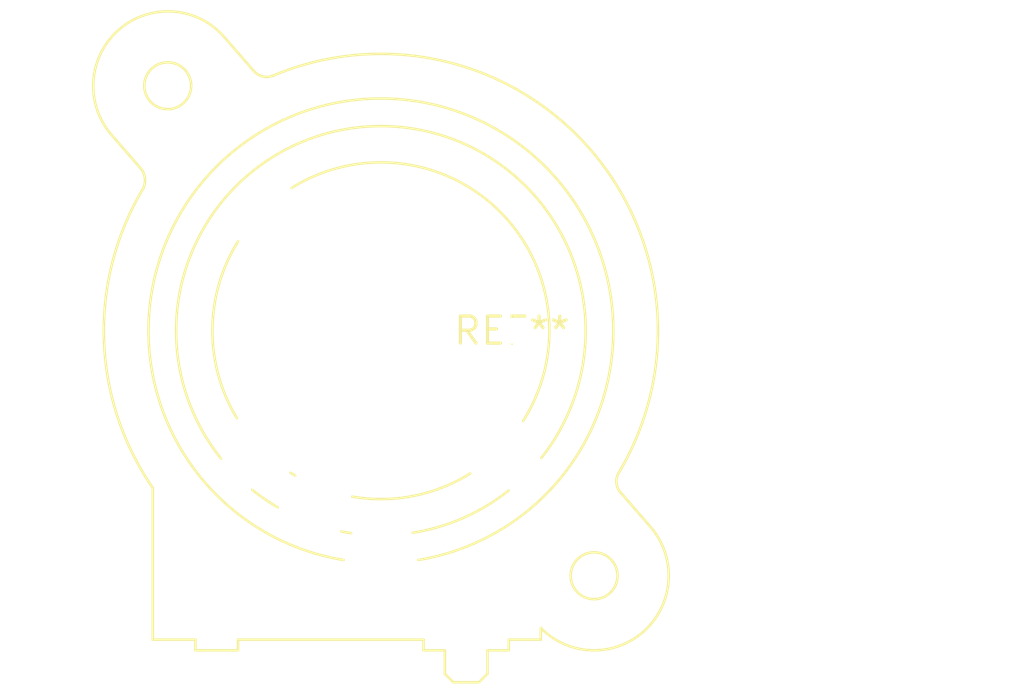
<source format=kicad_pcb>
(kicad_pcb (version 20240108) (generator pcbnew)
  (layers (0 "F.Cu" signal) (31 "B.Cu" signal) (34 "B.Paste" user) (35 "F.Paste" user) (36 "B.SilkS" user "B.Silkscreen") (37 "F.SilkS" user "F.Silkscreen") (38 "B.Mask" user) (39 "F.Mask" user) (44 "Edge.Cuts" user))
  (net 0 "")
  (footprint "Jack_XLR-6.35mm_Neutrik_NCJ10FI-V-0_Vertical" (layer "F.Cu") (at 0 0)
    (property "Reference" "REF**")
    (property "Value" "Jack_XLR-6.35mm_Neutrik_NCJ10FI-V-0_Vertical")
    (fp_line (start -17.4 -7.6) (end -18.79 -9.2) (layer "F.SilkS") (stroke (width 0.12)))
    (fp_line (start -16.85 14.5) (end -16.85 7.38) (layer "F.SilkS") (stroke (width 0.12)))
    (fp_line (start -14.85 14.5) (end -16.85 14.5) (layer "F.SilkS") (stroke (width 0.12)))
    (fp_line (start -14.85 14.5) (end -14.85 15) (layer "F.SilkS") (stroke (width 0.12)))
    (fp_line (start -13.51 -13.8) (end -12.11 -12.19) (layer "F.SilkS") (stroke (width 0.12)))
    (fp_line (start -12.85 14.5) (end -12.85 15) (layer "F.SilkS") (stroke (width 0.12)))
    (fp_line (start -12.85 15) (end -14.85 15) (layer "F.SilkS") (stroke (width 0.12)))
    (fp_line (start -4.15 14.5) (end -12.85 14.5) (layer "F.SilkS") (stroke (width 0.12)))
    (fp_line (start -4.15 14.5) (end -4.15 15) (layer "F.SilkS") (stroke (width 0.12)))
    (fp_line (start -3.15 15) (end -4.15 15) (layer "F.SilkS") (stroke (width 0.12)))
    (fp_line (start -3.15 15) (end -3.15 16.1) (layer "F.SilkS") (stroke (width 0.12)))
    (fp_line (start -3.15 16.1) (end -2.75 16.5) (layer "F.SilkS") (stroke (width 0.12)))
    (fp_line (start -1.55 16.5) (end -2.75 16.5) (layer "F.SilkS") (stroke (width 0.12)))
    (fp_line (start -1.15 15) (end -1.15 16.1) (layer "F.SilkS") (stroke (width 0.12)))
    (fp_line (start -1.15 16.1) (end -1.55 16.5) (layer "F.SilkS") (stroke (width 0.12)))
    (fp_line (start -0.15 14.5) (end -0.15 15) (layer "F.SilkS") (stroke (width 0.12)))
    (fp_line (start -0.15 15) (end -1.15 15) (layer "F.SilkS") (stroke (width 0.12)))
    (fp_line (start 1.35 13.95) (end 1.35 14.5) (layer "F.SilkS") (stroke (width 0.12)))
    (fp_line (start 1.35 14.5) (end -0.15 14.5) (layer "F.SilkS") (stroke (width 0.12)))
    (fp_line (start 5.1 7.6) (end 6.49 9.2) (layer "F.SilkS") (stroke (width 0.12)))
    (fp_arc (start -18.79 -9.2) (mid -18.45 -14.14) (end -13.51 -13.8) (layer "F.SilkS") (stroke (width 0.12)))
    (fp_arc (start -17.400452 -7.59955) (mid -17.216295 -7.14315) (end -17.31 -6.66) (layer "F.SilkS") (stroke (width 0.12)))
    (fp_arc (start -16.851206 7.374645) (mid -19.139261 0.42462) (end -17.31 -6.66) (layer "F.SilkS") (stroke (width 0.12)))
    (fp_arc (start -13.65 6) (mid -6.168408 -9.604669) (end 1.372943 5.971208) (layer "F.SilkS") (stroke (width 0.12)))
    (fp_arc (start -12.9 4.11) (mid -14.052663 -0.0501) (end -12.847348 -4.195251) (layer "F.SilkS") (stroke (width 0.12)))
    (fp_arc (start -11.201352 -11.974349) (mid 3.655031 -8.530097) (end 5.01 6.66) (layer "F.SilkS") (stroke (width 0.12)))
    (fp_arc (start -11.177539 -11.981856) (mid -11.677484 -11.93489) (end -12.11 -12.19) (layer "F.SilkS") (stroke (width 0.12)))
    (fp_arc (start -10.99 8.29) (mid -11.604845 7.89901) (end -12.188263 7.462512) (layer "F.SilkS") (stroke (width 0.12)))
    (fp_arc (start -10.34 -6.7) (mid -0.544787 -5.570251) (end 0.523653 4.231839) (layer "F.SilkS") (stroke (width 0.12)))
    (fp_arc (start -10.17 6.8) (mid -10.28219 6.732414) (end -10.393245 6.662978) (layer "F.SilkS") (stroke (width 0.12)))
    (fp_arc (start -7.9 10.76) (mid -6.152346 -10.90138) (end -4.395368 10.759246) (layer "F.SilkS") (stroke (width 0.12)))
    (fp_arc (start -7.55 9.5) (mid -7.781688 9.462959) (end -8.012401 9.420269) (layer "F.SilkS") (stroke (width 0.12)))
    (fp_arc (start -1.96 6.7) (mid -4.625828 7.753902) (end -7.492223 7.78746) (layer "F.SilkS") (stroke (width 0.12)))
    (fp_arc (start -0.16 7.5) (mid -2.282236 8.784674) (end -4.662837 9.482534) (layer "F.SilkS") (stroke (width 0.12)))
    (fp_arc (start 5.109394 7.611661) (mid 4.900255 7.152483) (end 5.01 6.66) (layer "F.SilkS") (stroke (width 0.12)))
    (fp_arc (start 6.49 9.2) (mid 6.227307 14.070606) (end 1.351052 13.95252) (layer "F.SilkS") (stroke (width 0.12)))
    (fp_circle (center -16.15 -11.5) (end -15.05 -11.5) (layer "F.SilkS") (stroke (width 0.12)) (fill none))
    (fp_circle (center 3.85 11.5) (end 4.95 11.5) (layer "F.SilkS") (stroke (width 0.12)) (fill none))
    (pad "1" thru_hole circle (at 0 0) (size 2.9 2.9) (drill 1.2) (layers *.Cu *.Mask) (remove_unused_layers))
    (pad "2" thru_hole circle (at -12.3 0) (size 2.9 2.9) (drill 1.2) (layers *.Cu *.Mask) (remove_unused_layers))
    (pad "3" thru_hole circle (at -6.15 6.05) (size 2.9 2.9) (drill 1.2) (layers *.Cu *.Mask) (remove_unused_layers))
    (pad "G" thru_hole circle (at -6.15 10.45) (size 2.9 2.9) (drill 1.2) (layers *.Cu *.Mask) (remove_unused_layers))
    (pad "GN" thru_hole circle (at -9.25 8.25) (size 2.9 2.9) (drill 1.2) (layers *.Cu *.Mask) (remove_unused_layers))
    (pad "R" thru_hole circle (at -0.35 5.8) (size 2.9 2.9) (drill 1.2) (layers *.Cu *.Mask) (remove_unused_layers))
    (pad "RN" thru_hole circle (at -3.15 3) (size 2.9 2.9) (drill 1.2) (layers *.Cu *.Mask) (remove_unused_layers))
    (pad "S" thru_hole circle (at -11.95 5.8) (size 2.9 2.9) (drill 1.2) (layers *.Cu *.Mask) (remove_unused_layers))
    (pad "SN" thru_hole circle (at -9.15 3) (size 2.9 2.9) (drill 1.2) (layers *.Cu *.Mask) (remove_unused_layers))
    (pad "T" thru_hole circle (at -11.35 -5.2) (size 2.9 2.9) (drill 1.2) (layers *.Cu *.Mask) (remove_unused_layers))
    (pad "TN" thru_hole circle (at -9.15 -3) (size 2.9 2.9) (drill 1.2) (layers *.Cu *.Mask) (remove_unused_layers))
  )
)
</source>
